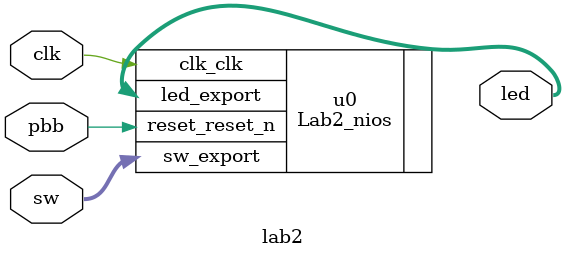
<source format=sv>
module lab2 (
	input bit clk,
	input bit [7:0] sw,
	input bit pbb,
	output bit [7:0] led
);

Lab2_nios u0 (
	.clk_clk(clk),
	.reset_reset_n(pbb),
	.led_export(led),
	.sw_export(sw)
);

endmodule

</source>
